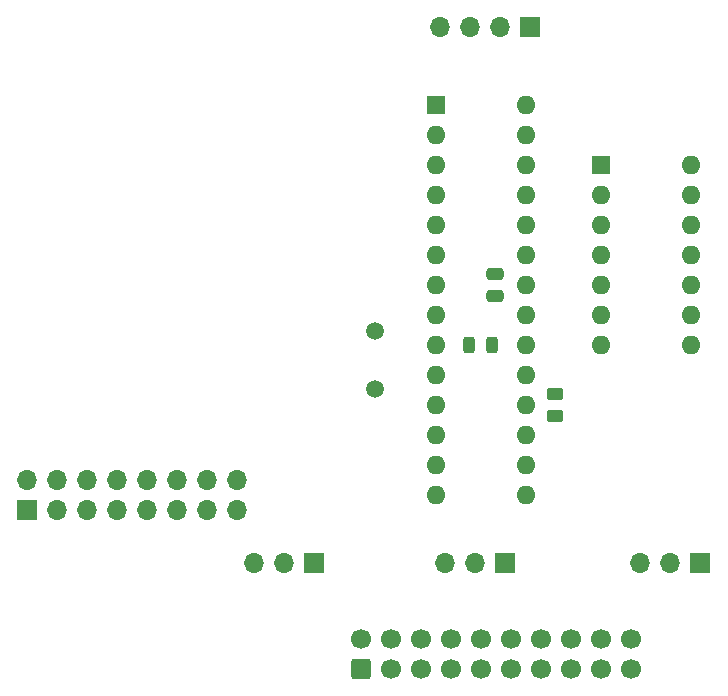
<source format=gbr>
%TF.GenerationSoftware,KiCad,Pcbnew,(6.0.1)*%
%TF.CreationDate,2022-02-14T23:43:43+08:00*%
%TF.ProjectId,SDisk2_Simple,53446973-6b32-45f5-9369-6d706c652e6b,rev?*%
%TF.SameCoordinates,Original*%
%TF.FileFunction,Soldermask,Bot*%
%TF.FilePolarity,Negative*%
%FSLAX46Y46*%
G04 Gerber Fmt 4.6, Leading zero omitted, Abs format (unit mm)*
G04 Created by KiCad (PCBNEW (6.0.1)) date 2022-02-14 23:43:43*
%MOMM*%
%LPD*%
G01*
G04 APERTURE LIST*
G04 Aperture macros list*
%AMRoundRect*
0 Rectangle with rounded corners*
0 $1 Rounding radius*
0 $2 $3 $4 $5 $6 $7 $8 $9 X,Y pos of 4 corners*
0 Add a 4 corners polygon primitive as box body*
4,1,4,$2,$3,$4,$5,$6,$7,$8,$9,$2,$3,0*
0 Add four circle primitives for the rounded corners*
1,1,$1+$1,$2,$3*
1,1,$1+$1,$4,$5*
1,1,$1+$1,$6,$7*
1,1,$1+$1,$8,$9*
0 Add four rect primitives between the rounded corners*
20,1,$1+$1,$2,$3,$4,$5,0*
20,1,$1+$1,$4,$5,$6,$7,0*
20,1,$1+$1,$6,$7,$8,$9,0*
20,1,$1+$1,$8,$9,$2,$3,0*%
G04 Aperture macros list end*
%ADD10R,1.700000X1.700000*%
%ADD11O,1.700000X1.700000*%
%ADD12R,1.600000X1.600000*%
%ADD13O,1.600000X1.600000*%
%ADD14C,1.500000*%
%ADD15RoundRect,0.250000X0.600000X-0.600000X0.600000X0.600000X-0.600000X0.600000X-0.600000X-0.600000X0*%
%ADD16C,1.700000*%
%ADD17RoundRect,0.250000X0.475000X-0.250000X0.475000X0.250000X-0.475000X0.250000X-0.475000X-0.250000X0*%
%ADD18RoundRect,0.243750X-0.243750X-0.456250X0.243750X-0.456250X0.243750X0.456250X-0.243750X0.456250X0*%
%ADD19RoundRect,0.250000X-0.450000X0.262500X-0.450000X-0.262500X0.450000X-0.262500X0.450000X0.262500X0*%
G04 APERTURE END LIST*
D10*
%TO.C,U3*%
X-9796178Y-33212836D03*
D11*
X-9796178Y-30672836D03*
X-7256178Y-30672836D03*
X-7256178Y-33212836D03*
X-4716178Y-30672836D03*
X-4716178Y-33212836D03*
X-2176178Y-33212836D03*
X-2176178Y-30672836D03*
X363822Y-33212836D03*
X363822Y-30672836D03*
X2903822Y-33212836D03*
X2903822Y-30672836D03*
X5443822Y-33212836D03*
X5443822Y-30672836D03*
X7983822Y-33212836D03*
X7983822Y-30672836D03*
%TD*%
D12*
%TO.C,U1*%
X38733822Y-3957836D03*
D13*
X38733822Y-6497836D03*
X38733822Y-9037836D03*
X38733822Y-11577836D03*
X38733822Y-14117836D03*
X38733822Y-16657836D03*
X38733822Y-19197836D03*
X46353822Y-19197836D03*
X46353822Y-16657836D03*
X46353822Y-14117836D03*
X46353822Y-11577836D03*
X46353822Y-9037836D03*
X46353822Y-6497836D03*
X46353822Y-3957836D03*
%TD*%
D14*
%TO.C,Y1*%
X19673822Y-18022836D03*
X19673822Y-22902836D03*
%TD*%
D12*
%TO.C,U2*%
X24763822Y1107164D03*
D13*
X24763822Y-1432836D03*
X24763822Y-3972836D03*
X24763822Y-6512836D03*
X24763822Y-9052836D03*
X24763822Y-11592836D03*
X24763822Y-14132836D03*
X24763822Y-16672836D03*
X24763822Y-19212836D03*
X24763822Y-21752836D03*
X24763822Y-24292836D03*
X24763822Y-26832836D03*
X24763822Y-29372836D03*
X24763822Y-31912836D03*
X32383822Y-31912836D03*
X32383822Y-29372836D03*
X32383822Y-26832836D03*
X32383822Y-24292836D03*
X32383822Y-21752836D03*
X32383822Y-19212836D03*
X32383822Y-16672836D03*
X32383822Y-14132836D03*
X32383822Y-11592836D03*
X32383822Y-9052836D03*
X32383822Y-6512836D03*
X32383822Y-3972836D03*
X32383822Y-1432836D03*
X32383822Y1107164D03*
%TD*%
D15*
%TO.C,J2*%
X18432838Y-46667415D03*
D16*
X18432838Y-44127415D03*
X20972838Y-46667415D03*
X20972838Y-44127415D03*
X23512838Y-46667415D03*
X23512838Y-44127415D03*
X26052838Y-46667415D03*
X26052838Y-44127415D03*
X28592838Y-46667415D03*
X28592838Y-44127415D03*
X31132838Y-46667415D03*
X31132838Y-44127415D03*
X33672838Y-46667415D03*
X33672838Y-44127415D03*
X36212838Y-46667415D03*
X36212838Y-44127415D03*
X38752838Y-46667415D03*
X38752838Y-44127415D03*
X41292838Y-46667415D03*
X41292838Y-44127415D03*
%TD*%
D17*
%TO.C,C2*%
X29833822Y-15072836D03*
X29833822Y-13172836D03*
%TD*%
D10*
%TO.C,U4*%
X47193822Y-37628820D03*
D11*
X44653822Y-37628820D03*
X42113822Y-37628820D03*
%TD*%
D10*
%TO.C,U5*%
X30683822Y-37628820D03*
D11*
X28143822Y-37628820D03*
X25603822Y-37628820D03*
%TD*%
D10*
%TO.C,U6*%
X14498822Y-37628820D03*
D11*
X11958822Y-37628820D03*
X9418822Y-37628820D03*
%TD*%
D18*
%TO.C,D1*%
X27626322Y-19202836D03*
X29501322Y-19202836D03*
%TD*%
D19*
%TO.C,R4*%
X34913822Y-23370336D03*
X34913822Y-25195336D03*
%TD*%
D10*
%TO.C,U7*%
X32751322Y7753186D03*
D11*
X30211322Y7753186D03*
X27671322Y7753186D03*
X25131322Y7753186D03*
%TD*%
M02*

</source>
